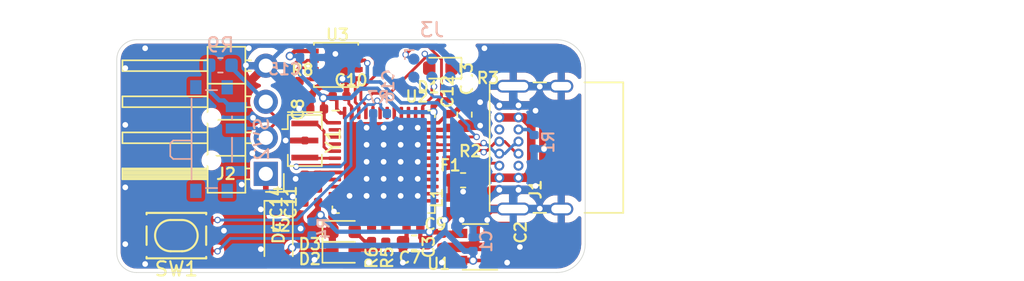
<source format=kicad_pcb>
(kicad_pcb (version 20171130) (host pcbnew "(5.1.6)-1")
  (layers (0 F.Cu signal) (31 B.Cu signal) (34 B.Paste user) (35 F.Paste user) (36 B.SilkS user) (37 F.SilkS user) (38 B.Mask user) (39 F.Mask user) (44 Edge.Cuts user))
  (net 0 "")
  (net 1 +5V)
  (net 2 GND)
  (net 3 "Net-(C2-Pad1)")
  (net 4 +3V3)
  (net 5 NRST)
  (net 6 "Net-(C11-Pad1)")
  (net 7 "Net-(D1-Pad1)")
  (net 8 "Net-(D2-Pad2)")
  (net 9 "Net-(D3-Pad2)")
  (net 10 "Net-(D4-Pad1)")
  (net 11 "Net-(F1-Pad1)")
  (net 12 "Net-(F1-Pad2)")
  (net 13 "Net-(J1-PadA5)")
  (net 14 /D+)
  (net 15 /D-)
  (net 16 "Net-(J1-PadB5)")
  (net 17 SWCLK)
  (net 18 SWDIO)
  (net 19 "Net-(R4-Pad2)")
  (net 20 "Net-(R7-Pad1)")
  (net 21 "Net-(R8-Pad1)")
  (net 22 /CAN_RX)
  (net 23 /CAN_TX)
  (net 24 "Net-(R5-Pad2)")
  (net 25 "Net-(R6-Pad1)")
  (net 26 "Net-(U2-Pad5)")
  (net 27 "Net-(U2-Pad6)")
  (net 28 "Net-(R9-Pad2)")
  (net 29 /CAN_+)
  (net 30 /CAN_-)
  (module Package_DFN_QFN:DFN-8-1EP_3x3mm_P0.65mm_EP1.55x2.4mm (layer F.Cu) (at 152.45 111.175 180)
    (fp_text reference U3 (at -0.1 2.125 180) (layer F.SilkS) (effects (font (size 0.8 0.8))))
    (fp_text value MCP2562-E-MF)
    (pad 1 smd rect (at -1.55 -0.975 180) (size 0.65 0.35) (layers F.Cu F.Paste F.Mask) (net 23 /CAN_TX))
    (pad 2 smd rect (at -1.55 -0.325 180) (size 0.65 0.35) (layers F.Cu F.Paste F.Mask) (net 2 GND))
    (pad 3 smd rect (at -1.55 0.325 180) (size 0.65 0.35) (layers F.Cu F.Paste F.Mask) (net 1 +5V))
    (pad 4 smd rect (at -1.55 0.975 180) (size 0.65 0.35) (layers F.Cu F.Paste F.Mask) (net 22 /CAN_RX))
    (pad 5 smd rect (at 1.55 0.975 180) (size 0.65 0.35) (layers F.Cu F.Paste F.Mask) (net 4 +3V3))
    (pad 6 smd rect (at 1.55 0.325 180) (size 0.65 0.35) (layers F.Cu F.Paste F.Mask) (net 30 /CAN_-))
    (pad 7 smd rect (at 1.55 -0.325 180) (size 0.65 0.35) (layers F.Cu F.Paste F.Mask) (net 29 /CAN_+))
    (pad 8 smd rect (at 1.55 -0.975 180) (size 0.65 0.35) (layers F.Cu F.Paste F.Mask) (net 21 "Net-(R8-Pad1)"))
    (pad 9 smd rect (at 0 0 180) (size 1.55 2.4) (layers F.Cu F.Mask) (net 2 GND))
  )
  (module Resistor_SMD:R_0402_1005Metric (layer F.Cu) (at 149.85 112.8 270)
    (fp_text reference R8 (at -1.275 -0.225 180) (layer F.SilkS) (effects (font (size 0.8 0.8))))
    (fp_text value 10k)
    (pad 1 smd roundrect (at -0.485 0 270) (size 0.59 0.64) (layers F.Cu F.Paste F.Mask) (net 21 "Net-(R8-Pad1)"))
    (pad 2 smd roundrect (at 0.485 0 270) (size 0.59 0.64) (layers F.Cu F.Paste F.Mask) (net 2 GND))
  )
  (module Crystal:Resonator_SMD_muRata_CSTxExxV-3Pin_3.0x1.1mm (layer F.Cu) (at 150.25 116.5 270)
    (fp_text reference Y1 (at 0 -2 90) (layer F.SilkS))
    (fp_text value Resonator)
    (pad 1 smd rect (at -1.2 0 270) (size 0.4 1.9) (layers F.Cu F.Paste F.Mask) (net 26 "Net-(U2-Pad5)"))
    (pad 2 smd rect (at 0 0 270) (size 0.4 1.9) (layers F.Cu F.Paste F.Mask) (net 2 GND))
    (pad 3 smd rect (at 1.2 0 270) (size 0.4 1.9) (layers F.Cu F.Paste F.Mask) (net 27 "Net-(U2-Pad6)"))
  )
  (module Capacitor_SMD:C_0402_1005Metric (layer F.Cu) (at 157.9 122.6 180)
    (fp_text reference C9 (at -1.55 0.2 180) (layer F.SilkS) (effects (font (size 0.8 0.8))))
    (fp_text value 0.1u)
    (pad 2 smd roundrect (at 0.485 0 180) (size 0.59 0.64) (layers F.Cu F.Paste F.Mask) (net 2 GND))
    (pad 1 smd roundrect (at -0.485 0 180) (size 0.59 0.64) (layers F.Cu F.Paste F.Mask) (net 4 +3V3))
  )
  (module LED_SMD:LED_0603_1608Metric (layer F.Cu) (at 159.8 111.4 180)
    (fp_text reference D1 (at 0.85 -1.35 180) (layer F.SilkS) (effects (font (size 0.8 0.8))))
    (fp_text value LED)
    (pad 2 smd roundrect (at 0.7875 0 180) (size 0.875 0.95) (layers F.Cu F.Paste F.Mask) (net 4 +3V3))
    (pad 1 smd roundrect (at -0.7875 0 180) (size 0.875 0.95) (layers F.Cu F.Paste F.Mask) (net 7 "Net-(D1-Pad1)"))
  )
  (module Resistor_SMD:R_0402_1005Metric (layer F.Cu) (at 161.95 118.1 180)
    (fp_text reference R2 (at 0.05 0.85 180) (layer F.SilkS) (effects (font (size 0.8 0.8))))
    (fp_text value 5.1k)
    (pad 2 smd roundrect (at 0.485 0 180) (size 0.59 0.64) (layers F.Cu F.Paste F.Mask) (net 2 GND))
    (pad 1 smd roundrect (at -0.485 0 180) (size 0.59 0.64) (layers F.Cu F.Paste F.Mask) (net 13 "Net-(J1-PadA5)"))
  )
  (module Package_DFN_QFN:QFN-48-1EP_7x7mm_P0.5mm_EP5.6x5.6mm (layer F.Cu) (at 155.8 118)
    (fp_text reference U2 (at 2.35 -4.6) (layer F.SilkS) (effects (font (size 0.8 0.8))))
    (fp_text value STM32F042C6Ux)
    (pad 49 smd roundrect (at 0 0) (size 5.6 5.6) (layers F.Cu F.Mask) (roundrect_rratio 0.044643) (net 2 GND))
    (pad 1 smd roundrect (at -3.4375 -2.75) (size 0.875 0.25) (layers F.Cu F.Paste F.Mask) (net 4 +3V3))
    (pad 2 smd roundrect (at -3.4375 -2.25) (size 0.875 0.25) (layers F.Cu F.Paste F.Mask))
    (pad 3 smd roundrect (at -3.4375 -1.75) (size 0.875 0.25) (layers F.Cu F.Paste F.Mask))
    (pad 4 smd roundrect (at -3.4375 -1.25) (size 0.875 0.25) (layers F.Cu F.Paste F.Mask))
    (pad 5 smd roundrect (at -3.4375 -0.75) (size 0.875 0.25) (layers F.Cu F.Paste F.Mask) (net 26 "Net-(U2-Pad5)"))
    (pad 6 smd roundrect (at -3.4375 -0.25) (size 0.875 0.25) (layers F.Cu F.Paste F.Mask) (net 27 "Net-(U2-Pad6)"))
    (pad 7 smd roundrect (at -3.4375 0.25) (size 0.875 0.25) (layers F.Cu F.Paste F.Mask) (net 5 NRST))
    (pad 8 smd roundrect (at -3.4375 0.75) (size 0.875 0.25) (layers F.Cu F.Paste F.Mask) (net 2 GND))
    (pad 9 smd roundrect (at -3.4375 1.25) (size 0.875 0.25) (layers F.Cu F.Paste F.Mask) (net 6 "Net-(C11-Pad1)"))
    (pad 10 smd roundrect (at -3.4375 1.75) (size 0.875 0.25) (layers F.Cu F.Paste F.Mask))
    (pad 11 smd roundrect (at -3.4375 2.25) (size 0.875 0.25) (layers F.Cu F.Paste F.Mask))
    (pad 12 smd roundrect (at -3.4375 2.75) (size 0.875 0.25) (layers F.Cu F.Paste F.Mask))
    (pad 13 smd roundrect (at -2.75 3.4375) (size 0.25 0.875) (layers F.Cu F.Paste F.Mask))
    (pad 14 smd roundrect (at -2.25 3.4375) (size 0.25 0.875) (layers F.Cu F.Paste F.Mask))
    (pad 15 smd roundrect (at -1.75 3.4375) (size 0.25 0.875) (layers F.Cu F.Paste F.Mask))
    (pad 16 smd roundrect (at -1.25 3.4375) (size 0.25 0.875) (layers F.Cu F.Paste F.Mask))
    (pad 17 smd roundrect (at -0.75 3.4375) (size 0.25 0.875) (layers F.Cu F.Paste F.Mask))
    (pad 18 smd roundrect (at -0.25 3.4375) (size 0.25 0.875) (layers F.Cu F.Paste F.Mask) (net 25 "Net-(R6-Pad1)"))
    (pad 19 smd roundrect (at 0.25 3.4375) (size 0.25 0.875) (layers F.Cu F.Paste F.Mask) (net 24 "Net-(R5-Pad2)"))
    (pad 20 smd roundrect (at 0.75 3.4375) (size 0.25 0.875) (layers F.Cu F.Paste F.Mask))
    (pad 21 smd roundrect (at 1.25 3.4375) (size 0.25 0.875) (layers F.Cu F.Paste F.Mask))
    (pad 22 smd roundrect (at 1.75 3.4375) (size 0.25 0.875) (layers F.Cu F.Paste F.Mask))
    (pad 23 smd roundrect (at 2.25 3.4375) (size 0.25 0.875) (layers F.Cu F.Paste F.Mask) (net 2 GND))
    (pad 24 smd roundrect (at 2.75 3.4375) (size 0.25 0.875) (layers F.Cu F.Paste F.Mask) (net 4 +3V3))
    (pad 25 smd roundrect (at 3.4375 2.75) (size 0.875 0.25) (layers F.Cu F.Paste F.Mask))
    (pad 26 smd roundrect (at 3.4375 2.25) (size 0.875 0.25) (layers F.Cu F.Paste F.Mask))
    (pad 27 smd roundrect (at 3.4375 1.75) (size 0.875 0.25) (layers F.Cu F.Paste F.Mask))
    (pad 28 smd roundrect (at 3.4375 1.25) (size 0.875 0.25) (layers F.Cu F.Paste F.Mask))
    (pad 29 smd roundrect (at 3.4375 0.75) (size 0.875 0.25) (layers F.Cu F.Paste F.Mask))
    (pad 30 smd roundrect (at 3.4375 0.25) (size 0.875 0.25) (layers F.Cu F.Paste F.Mask))
    (pad 31 smd roundrect (at 3.4375 -0.25) (size 0.875 0.25) (layers F.Cu F.Paste F.Mask))
    (pad 32 smd roundrect (at 3.4375 -0.75) (size 0.875 0.25) (layers F.Cu F.Paste F.Mask) (net 15 /D-))
    (pad 33 smd roundrect (at 3.4375 -1.25) (size 0.875 0.25) (layers F.Cu F.Paste F.Mask) (net 14 /D+))
    (pad 34 smd roundrect (at 3.4375 -1.75) (size 0.875 0.25) (layers F.Cu F.Paste F.Mask) (net 18 SWDIO))
    (pad 35 smd roundrect (at 3.4375 -2.25) (size 0.875 0.25) (layers F.Cu F.Paste F.Mask) (net 2 GND))
    (pad 36 smd roundrect (at 3.4375 -2.75) (size 0.875 0.25) (layers F.Cu F.Paste F.Mask) (net 4 +3V3))
    (pad 37 smd roundrect (at 2.75 -3.4375) (size 0.25 0.875) (layers F.Cu F.Paste F.Mask) (net 17 SWCLK))
    (pad 38 smd roundrect (at 2.25 -3.4375) (size 0.25 0.875) (layers F.Cu F.Paste F.Mask))
    (pad 39 smd roundrect (at 1.75 -3.4375) (size 0.25 0.875) (layers F.Cu F.Paste F.Mask))
    (pad 40 smd roundrect (at 1.25 -3.4375) (size 0.25 0.875) (layers F.Cu F.Paste F.Mask))
    (pad 41 smd roundrect (at 0.75 -3.4375) (size 0.25 0.875) (layers F.Cu F.Paste F.Mask))
    (pad 42 smd roundrect (at 0.25 -3.4375) (size 0.25 0.875) (layers F.Cu F.Paste F.Mask))
    (pad 43 smd roundrect (at -0.25 -3.4375) (size 0.25 0.875) (layers F.Cu F.Paste F.Mask))
    (pad 44 smd roundrect (at -0.75 -3.4375) (size 0.25 0.875) (layers F.Cu F.Paste F.Mask) (net 20 "Net-(R7-Pad1)"))
    (pad 45 smd roundrect (at -1.25 -3.4375) (size 0.25 0.875) (layers F.Cu F.Paste F.Mask) (net 22 /CAN_RX))
    (pad 46 smd roundrect (at -1.75 -3.4375) (size 0.25 0.875) (layers F.Cu F.Paste F.Mask) (net 23 /CAN_TX))
    (pad 47 smd roundrect (at -2.25 -3.4375) (size 0.25 0.875) (layers F.Cu F.Paste F.Mask) (net 2 GND))
    (pad 48 smd roundrect (at -2.75 -3.4375) (size 0.25 0.875) (layers F.Cu F.Paste F.Mask) (net 4 +3V3))
  )
  (module Capacitor_SMD:C_0603_1608Metric (layer F.Cu) (at 161.5 114.675 270)
    (fp_text reference C13 (at -2.525 -0.15 270) (layer F.SilkS) (effects (font (size 0.8 0.8))))
    (fp_text value 4.7u)
    (pad 2 smd roundrect (at 0.7875 0 270) (size 0.875 0.95) (layers F.Cu F.Paste F.Mask) (net 2 GND))
    (pad 1 smd roundrect (at -0.7875 0 270) (size 0.875 0.95) (layers F.Cu F.Paste F.Mask) (net 4 +3V3))
  )
  (module Capacitor_SMD:C_0402_1005Metric (layer B.Cu) (at 162.1 123.8 90)
    (fp_text reference C1 (at 0.2 0.925 90) (layer B.SilkS) (effects (font (size 0.8 0.8)) (justify mirror)))
    (fp_text value 0.1u)
    (pad 1 smd roundrect (at -0.485 0 90) (size 0.59 0.64) (layers B.Cu B.Paste B.Mask) (net 1 +5V))
    (pad 2 smd roundrect (at 0.485 0 90) (size 0.59 0.64) (layers B.Cu B.Paste B.Mask) (net 2 GND))
  )
  (module Capacitor_SMD:C_0402_1005Metric (layer F.Cu) (at 164.6 123.5 270)
    (fp_text reference C2 (at -0.525 -0.85 90) (layer F.SilkS) (effects (font (size 0.8 0.8))))
    (fp_text value 0.01u)
    (pad 1 smd roundrect (at -0.485 0 270) (size 0.59 0.64) (layers F.Cu F.Paste F.Mask) (net 3 "Net-(C2-Pad1)"))
    (pad 2 smd roundrect (at 0.485 0 270) (size 0.59 0.64) (layers F.Cu F.Paste F.Mask) (net 2 GND))
  )
  (module Capacitor_SMD:C_0402_1005Metric (layer F.Cu) (at 159.9 123.55 270)
    (fp_text reference C3 (at 0.45 0.925 90) (layer F.SilkS) (effects (font (size 0.8 0.8))))
    (fp_text value 1u)
    (pad 2 smd roundrect (at 0.485 0 270) (size 0.59 0.64) (layers F.Cu F.Paste F.Mask) (net 2 GND))
    (pad 1 smd roundrect (at -0.485 0 270) (size 0.59 0.64) (layers F.Cu F.Paste F.Mask) (net 4 +3V3))
  )
  (module Capacitor_SMD:C_0603_1608Metric (layer F.Cu) (at 157.95 123.7 180)
    (fp_text reference C7 (at 0.3 -1.05 180) (layer F.SilkS) (effects (font (size 0.8 0.8))))
    (fp_text value 4.7u)
    (pad 1 smd roundrect (at -0.7875 0 180) (size 0.875 0.95) (layers F.Cu F.Paste F.Mask) (net 4 +3V3))
    (pad 2 smd roundrect (at 0.7875 0 180) (size 0.875 0.95) (layers F.Cu F.Paste F.Mask) (net 2 GND))
  )
  (module Capacitor_SMD:C_0402_1005Metric (layer F.Cu) (at 151.115 114.275 180)
    (fp_text reference C8 (at 1.35 -0.05 270) (layer F.SilkS) (effects (font (size 0.8 0.8))))
    (fp_text value 0.1u)
    (pad 1 smd roundrect (at -0.485 0 180) (size 0.59 0.64) (layers F.Cu F.Paste F.Mask) (net 4 +3V3))
    (pad 2 smd roundrect (at 0.485 0 180) (size 0.59 0.64) (layers F.Cu F.Paste F.Mask) (net 2 GND))
  )
  (module Capacitor_SMD:C_0402_1005Metric (layer F.Cu) (at 152.7 113.4)
    (fp_text reference C10 (at 0.8 -1.15) (layer F.SilkS) (effects (font (size 0.8 0.8))))
    (fp_text value 0.1u)
    (pad 1 smd roundrect (at -0.485 0) (size 0.59 0.64) (layers F.Cu F.Paste F.Mask) (net 4 +3V3))
    (pad 2 smd roundrect (at 0.485 0) (size 0.59 0.64) (layers F.Cu F.Paste F.Mask) (net 2 GND))
  )
  (module Capacitor_SMD:C_0402_1005Metric (layer F.Cu) (at 151.15 119.4 90)
    (fp_text reference C11 (at -1.45 -1.9 270) (layer F.SilkS) (effects (font (size 0.8 0.8))))
    (fp_text value 0.01u)
    (pad 2 smd roundrect (at 0.485 0 90) (size 0.59 0.64) (layers F.Cu F.Paste F.Mask) (net 2 GND))
    (pad 1 smd roundrect (at -0.485 0 90) (size 0.59 0.64) (layers F.Cu F.Paste F.Mask) (net 6 "Net-(C11-Pad1)"))
  )
  (module Capacitor_SMD:C_0402_1005Metric (layer F.Cu) (at 160.4 115.125 270)
    (fp_text reference C12 (at -2.075 0.1 270) (layer F.SilkS) (effects (font (size 0.8 0.8))))
    (fp_text value 0.1u)
    (pad 2 smd roundrect (at 0.485 0 270) (size 0.59 0.64) (layers F.Cu F.Paste F.Mask) (net 2 GND))
    (pad 1 smd roundrect (at -0.485 0 270) (size 0.59 0.64) (layers F.Cu F.Paste F.Mask) (net 4 +3V3))
  )
  (module Capacitor_SMD:C_0402_1005Metric (layer F.Cu) (at 150.25 119.4 90)
    (fp_text reference C14 (at -1.45 -2 270) (layer F.SilkS) (effects (font (size 0.8 0.8))))
    (fp_text value 1u)
    (pad 1 smd roundrect (at -0.485 0 90) (size 0.59 0.64) (layers F.Cu F.Paste F.Mask) (net 6 "Net-(C11-Pad1)"))
    (pad 2 smd roundrect (at 0.485 0 90) (size 0.59 0.64) (layers F.Cu F.Paste F.Mask) (net 2 GND))
  )
  (module Capacitor_SMD:C_0402_1005Metric (layer B.Cu) (at 150.4 110.65)
    (fp_text reference C15 (at -1.575 0.825 180) (layer B.SilkS) (effects (font (size 0.8 0.8)) (justify mirror)))
    (fp_text value 0.1u)
    (pad 2 smd roundrect (at 0.485 0) (size 0.59 0.64) (layers B.Cu B.Paste B.Mask) (net 2 GND))
    (pad 1 smd roundrect (at -0.485 0) (size 0.59 0.64) (layers B.Cu B.Paste B.Mask) (net 4 +3V3))
  )
  (module Capacitor_SMD:C_0402_1005Metric (layer B.Cu) (at 154 112.15 180)
    (fp_text reference C16 (at -2.125 -0.5 90) (layer B.SilkS) (effects (font (size 0.8 0.8)) (justify mirror)))
    (fp_text value 0.1u)
    (pad 2 smd roundrect (at 0.485 0 180) (size 0.59 0.64) (layers B.Cu B.Paste B.Mask) (net 2 GND))
    (pad 1 smd roundrect (at -0.485 0 180) (size 0.59 0.64) (layers B.Cu B.Paste B.Mask) (net 1 +5V))
  )
  (module LED_SMD:LED_0603_1608Metric (layer F.Cu) (at 152.975 124.375)
    (fp_text reference D2 (at -2.375 0.475) (layer F.SilkS) (effects (font (size 0.8 0.8))))
    (fp_text value LED)
    (pad 1 smd roundrect (at -0.7875 0) (size 0.875 0.95) (layers F.Cu F.Paste F.Mask) (net 2 GND))
    (pad 2 smd roundrect (at 0.7875 0) (size 0.875 0.95) (layers F.Cu F.Paste F.Mask) (net 8 "Net-(D2-Pad2)"))
  )
  (module LED_SMD:LED_0603_1608Metric (layer F.Cu) (at 152.975 122.9)
    (fp_text reference D3 (at -2.375 0.9) (layer F.SilkS) (effects (font (size 0.8 0.8))))
    (fp_text value LED)
    (pad 1 smd roundrect (at -0.7875 0) (size 0.875 0.95) (layers F.Cu F.Paste F.Mask) (net 2 GND))
    (pad 2 smd roundrect (at 0.7875 0) (size 0.875 0.95) (layers F.Cu F.Paste F.Mask) (net 9 "Net-(D3-Pad2)"))
  )
  (module Diode_SMD:D_SOD-123 (layer F.Cu) (at 148.4 123 270)
    (fp_text reference D4 (at 0 0 270) (layer F.SilkS) (effects (font (size 0.8 0.8))))
    (fp_text value D)
    (pad 1 smd rect (at -1.65 0 270) (size 0.9 1.2) (layers F.Cu F.Paste F.Mask) (net 10 "Net-(D4-Pad1)"))
    (pad 2 smd rect (at 1.65 0 270) (size 0.9 1.2) (layers F.Cu F.Paste F.Mask) (net 1 +5V))
  )
  (module Fuse:Fuse_0603_1608Metric (layer F.Cu) (at 161.4 119.3)
    (fp_text reference F1 (at -0.9 -1.05) (layer F.SilkS) (effects (font (size 0.8 0.8))))
    (fp_text value Fuse)
    (pad 1 smd roundrect (at -0.7875 0) (size 0.875 0.95) (layers F.Cu F.Paste F.Mask) (net 11 "Net-(F1-Pad1)"))
    (pad 2 smd roundrect (at 0.7875 0) (size 0.875 0.95) (layers F.Cu F.Paste F.Mask) (net 12 "Net-(F1-Pad2)"))
  )
  (module Connector_USB:USB_C_Receptacle_GCT_USB4085 (layer F.Cu) (at 163.95 119.975 90)
    (fp_text reference J1 (at 0.025 2.55 90) (layer F.SilkS) (effects (font (size 0.8 0.8))))
    (fp_text value USB_C_Receptacle_USB2.0)
    (pad A1 thru_hole circle (at 0 0 90) (size 0.7 0.7) (drill 0.4) (layers *.Cu *.Mask) (net 2 GND))
    (pad A4 thru_hole circle (at 0.85 0 90) (size 0.7 0.7) (drill 0.4) (layers *.Cu *.Mask) (net 12 "Net-(F1-Pad2)"))
    (pad A5 thru_hole circle (at 1.7 0 90) (size 0.7 0.7) (drill 0.4) (layers *.Cu *.Mask) (net 13 "Net-(J1-PadA5)"))
    (pad A6 thru_hole circle (at 2.55 0 90) (size 0.7 0.7) (drill 0.4) (layers *.Cu *.Mask) (net 14 /D+))
    (pad A7 thru_hole circle (at 3.4 0 90) (size 0.7 0.7) (drill 0.4) (layers *.Cu *.Mask) (net 15 /D-))
    (pad A8 thru_hole circle (at 4.25 0 90) (size 0.7 0.7) (drill 0.4) (layers *.Cu *.Mask))
    (pad A9 thru_hole circle (at 5.1 0 90) (size 0.7 0.7) (drill 0.4) (layers *.Cu *.Mask) (net 12 "Net-(F1-Pad2)"))
    (pad A12 thru_hole circle (at 5.95 0 90) (size 0.7 0.7) (drill 0.4) (layers *.Cu *.Mask) (net 2 GND))
    (pad B9 thru_hole circle (at 0.85 1.35 90) (size 0.7 0.7) (drill 0.4) (layers *.Cu *.Mask) (net 12 "Net-(F1-Pad2)"))
    (pad B7 thru_hole circle (at 2.55 1.35 90) (size 0.7 0.7) (drill 0.4) (layers *.Cu *.Mask) (net 15 /D-))
    (pad B8 thru_hole circle (at 1.7 1.35 90) (size 0.7 0.7) (drill 0.4) (layers *.Cu *.Mask))
    (pad B12 thru_hole circle (at 0 1.35 90) (size 0.7 0.7) (drill 0.4) (layers *.Cu *.Mask) (net 2 GND))
    (pad B5 thru_hole circle (at 4.25 1.35 90) (size 0.7 0.7) (drill 0.4) (layers *.Cu *.Mask) (net 16 "Net-(J1-PadB5)"))
    (pad B4 thru_hole circle (at 5.1 1.35 90) (size 0.7 0.7) (drill 0.4) (layers *.Cu *.Mask) (net 12 "Net-(F1-Pad2)"))
    (pad B1 thru_hole circle (at 5.95 1.35 90) (size 0.7 0.7) (drill 0.4) (layers *.Cu *.Mask) (net 2 GND))
    (pad B6 thru_hole circle (at 3.4 1.35 90) (size 0.7 0.7) (drill 0.4) (layers *.Cu *.Mask) (net 14 /D+))
    (pad S1 thru_hole oval (at -1.35 0.98 90) (size 0.9 2.4) (drill oval 0.6 2.1) (layers *.Cu *.Mask) (net 2 GND))
    (pad S1 thru_hole oval (at 7.3 0.98 90) (size 0.9 2.4) (drill oval 0.6 2.1) (layers *.Cu *.Mask) (net 2 GND))
    (pad S1 thru_hole oval (at -1.35 4.36 90) (size 0.9 1.7) (drill oval 0.6 1.4) (layers *.Cu *.Mask) (net 2 GND))
    (pad S1 thru_hole oval (at 7.3 4.36 90) (size 0.9 1.7) (drill oval 0.6 1.4) (layers *.Cu *.Mask) (net 2 GND))
  )
  (module Connector_PinHeader_2.54mm:PinHeader_1x04_P2.54mm_Horizontal (layer F.Cu) (at 147.5 118.85 180)
    (fp_text reference J2 (at 2.8 0 180) (layer F.SilkS) (effects (font (size 0.8 0.8))))
    (fp_text value Conn_01x04)
    (pad 1 thru_hole rect (at 0 0 180) (size 1.7 1.7) (drill 1) (layers *.Cu *.Mask) (net 10 "Net-(D4-Pad1)"))
    (pad 2 thru_hole oval (at 0 2.54 180) (size 1.7 1.7) (drill 1) (layers *.Cu *.Mask) (net 29 /CAN_+))
    (pad 3 thru_hole oval (at 0 5.08 180) (size 1.7 1.7) (drill 1) (layers *.Cu *.Mask) (net 30 /CAN_-))
    (pad 4 thru_hole oval (at 0 7.62 180) (size 1.7 1.7) (drill 1) (layers *.Cu *.Mask) (net 2 GND))
  )
  (module Inductor_SMD:L_0402_1005Metric (layer F.Cu) (at 160.4 121 270)
    (fp_text reference L1 (at -0.45 0.85 90) (layer F.SilkS) (effects (font (size 0.8 0.8))))
    (fp_text value L)
    (pad 1 smd roundrect (at -0.485 0 270) (size 0.59 0.64) (layers F.Cu F.Paste F.Mask) (net 11 "Net-(F1-Pad1)"))
    (pad 2 smd roundrect (at 0.485 0 270) (size 0.59 0.64) (layers F.Cu F.Paste F.Mask) (net 1 +5V))
  )
  (module Inductor_SMD:L_0402_1005Metric (layer F.Cu) (at 150.7 120.85 180)
    (fp_text reference L2 (at 2.15 -1.65 180) (layer F.SilkS) (effects (font (size 0.8 0.8))))
    (fp_text value L)
    (pad 2 smd roundrect (at 0.485 0 180) (size 0.59 0.64) (layers F.Cu F.Paste F.Mask) (net 6 "Net-(C11-Pad1)"))
    (pad 1 smd roundrect (at -0.485 0 180) (size 0.59 0.64) (layers F.Cu F.Paste F.Mask) (net 4 +3V3))
  )
  (module Resistor_SMD:R_0402_1005Metric (layer B.Cu) (at 166.4 116.6 270)
    (fp_text reference R1 (at 0 -1 270) (layer B.SilkS) (effects (font (size 0.8 0.8)) (justify mirror)))
    (fp_text value 5.1k)
    (pad 1 smd roundrect (at -0.485 0 270) (size 0.59 0.64) (layers B.Cu B.Paste B.Mask) (net 16 "Net-(J1-PadB5)"))
    (pad 2 smd roundrect (at 0.485 0 270) (size 0.59 0.64) (layers B.Cu B.Paste B.Mask) (net 2 GND))
  )
  (module Resistor_SMD:R_0402_1005Metric (layer F.Cu) (at 163.2 111.2)
    (fp_text reference R3 (at -0.05 0.9) (layer F.SilkS) (effects (font (size 0.8 0.8))))
    (fp_text value 1k)
    (pad 1 smd roundrect (at -0.485 0) (size 0.59 0.64) (layers F.Cu F.Paste F.Mask) (net 7 "Net-(D1-Pad1)"))
    (pad 2 smd roundrect (at 0.485 0) (size 0.59 0.64) (layers F.Cu F.Paste F.Mask) (net 2 GND))
  )
  (module Resistor_SMD:R_0402_1005Metric (layer B.Cu) (at 150.75 122.7 270)
    (fp_text reference R4 (at 0 -0.825 90) (layer B.SilkS) (effects (font (size 0.8 0.8)) (justify mirror)))
    (fp_text value 1k)
    (pad 1 smd roundrect (at -0.485 0 270) (size 0.59 0.64) (layers B.Cu B.Paste B.Mask) (net 4 +3V3))
    (pad 2 smd roundrect (at 0.485 0 270) (size 0.59 0.64) (layers B.Cu B.Paste B.Mask) (net 19 "Net-(R4-Pad2)"))
  )
  (module Resistor_SMD:R_0402_1005Metric (layer F.Cu) (at 155.95 123.15 90)
    (fp_text reference R5 (at -1.6 0.1 90) (layer F.SilkS) (effects (font (size 0.8 0.8))))
    (fp_text value 1k)
    (pad 1 smd roundrect (at -0.485 0 90) (size 0.59 0.64) (layers F.Cu F.Paste F.Mask) (net 8 "Net-(D2-Pad2)"))
    (pad 2 smd roundrect (at 0.485 0 90) (size 0.59 0.64) (layers F.Cu F.Paste F.Mask) (net 24 "Net-(R5-Pad2)"))
  )
  (module Resistor_SMD:R_0402_1005Metric (layer F.Cu) (at 154.95 123.1 270)
    (fp_text reference R6 (at 1.65 0 270) (layer F.SilkS) (effects (font (size 0.8 0.8))))
    (fp_text value 1k)
    (pad 2 smd roundrect (at 0.485 0 270) (size 0.59 0.64) (layers F.Cu F.Paste F.Mask) (net 9 "Net-(D3-Pad2)"))
    (pad 1 smd roundrect (at -0.485 0 270) (size 0.59 0.64) (layers F.Cu F.Paste F.Mask) (net 25 "Net-(R6-Pad1)"))
  )
  (module Resistor_SMD:R_0402_1005Metric (layer B.Cu) (at 155.55 114.6 180)
    (fp_text reference R7 (at 0.125 1.15) (layer B.SilkS) (effects (font (size 0.8 0.8)) (justify mirror)))
    (fp_text value 10k)
    (pad 2 smd roundrect (at 0.485 0 180) (size 0.59 0.64) (layers B.Cu B.Paste B.Mask) (net 2 GND))
    (pad 1 smd roundrect (at -0.485 0 180) (size 0.59 0.64) (layers B.Cu B.Paste B.Mask) (net 20 "Net-(R7-Pad1)"))
  )
  (module Package_TO_SOT_SMD:SOT-23-5 (layer F.Cu) (at 162.265001 123.995001 180)
    (fp_text reference U1 (at 2.584999 -1.195001) (layer F.SilkS) (effects (font (size 0.8 0.8))))
    (fp_text value NJM2871)
    (pad 1 smd rect (at -1.1 -0.95 180) (size 1.06 0.65) (layers F.Cu F.Paste F.Mask) (net 1 +5V))
    (pad 2 smd rect (at -1.1 0 180) (size 1.06 0.65) (layers F.Cu F.Paste F.Mask) (net 2 GND))
    (pad 3 smd rect (at -1.1 0.95 180) (size 1.06 0.65) (layers F.Cu F.Paste F.Mask) (net 3 "Net-(C2-Pad1)"))
    (pad 4 smd rect (at 1.1 0.95 180) (size 1.06 0.65) (layers F.Cu F.Paste F.Mask) (net 4 +3V3))
    (pad 5 smd rect (at 1.1 -0.95 180) (size 1.06 0.65) (layers F.Cu F.Paste F.Mask) (net 1 +5V))
  )
  (module Resistor_SMD:R_0603_1608Metric (layer B.Cu) (at 144.3 111.2 180)
    (fp_text reference R9 (at 0 1.43) (layer B.SilkS) (effects (justify mirror)))
    (fp_text value R)
    (pad 1 smd roundrect (at -0.7875 0 180) (size 0.875 0.95) (layers B.Cu B.Paste B.Mask) (net 30 /CAN_-))
    (pad 2 smd roundrect (at 0.7875 0 180) (size 0.875 0.95) (layers B.Cu B.Paste B.Mask) (net 28 "Net-(R9-Pad2)"))
  )
  (module Button_Switch_SMD:SW_SPDT_PCM12 (layer B.Cu) (at 144 116.4 90)
    (fp_text reference SW2 (at 0 3.2 90) (layer B.SilkS) (effects (justify mirror)))
    (fp_text value SW_DPDT_x2)
    (pad "" np_thru_hole circle (at -1.5 -0.33 90) (size 0.9 0.9) (drill 0.9) (layers *.Cu *.Mask))
    (pad "" np_thru_hole circle (at 1.5 -0.33 90) (size 0.9 0.9) (drill 0.9) (layers *.Cu *.Mask))
    (pad 1 smd rect (at -2.25 1.43 90) (size 0.7 1.5) (layers B.Cu B.Paste B.Mask))
    (pad 2 smd rect (at 0.75 1.43 90) (size 0.7 1.5) (layers B.Cu B.Paste B.Mask) (net 29 /CAN_+))
    (pad 3 smd rect (at 2.25 1.43 90) (size 0.7 1.5) (layers B.Cu B.Paste B.Mask) (net 28 "Net-(R9-Pad2)"))
    (pad "" smd rect (at -3.65 -1.43 90) (size 1 0.8) (layers B.Cu B.Paste B.Mask))
    (pad "" smd rect (at 3.65 -1.43 90) (size 1 0.8) (layers B.Cu B.Paste B.Mask))
    (pad "" smd rect (at 3.65 0.78 90) (size 1 0.8) (layers B.Cu B.Paste B.Mask))
    (pad "" smd rect (at -3.65 0.78 90) (size 1 0.8) (layers B.Cu B.Paste B.Mask))
  )
  (module Connector:Tag-Connect_TC2030-IDC-NL_2x03_P1.27mm_Vertical (layer B.Cu) (at 159.2 111.4)
    (fp_text reference J3 (at 0 -2.7) (layer B.SilkS) (effects (justify mirror)))
    (fp_text value Conn_01x06)
    (pad "" np_thru_hole circle (at 2.54 1.016) (size 0.9906 0.9906) (drill 0.9906) (layers *.Cu *.Mask))
    (pad "" np_thru_hole circle (at 2.54 -1.016) (size 0.9906 0.9906) (drill 0.9906) (layers *.Cu *.Mask))
    (pad "" np_thru_hole circle (at -2.54 0) (size 0.9906 0.9906) (drill 0.9906) (layers *.Cu *.Mask))
    (pad 1 connect circle (at -1.27 -0.635) (size 0.7874 0.7874) (layers B.Cu B.Mask) (net 4 +3V3))
    (pad 2 connect circle (at -1.27 0.635) (size 0.7874 0.7874) (layers B.Cu B.Mask) (net 18 SWDIO))
    (pad 3 connect circle (at 0 -0.635) (size 0.7874 0.7874) (layers B.Cu B.Mask) (net 5 NRST))
    (pad 4 connect circle (at 0 0.635) (size 0.7874 0.7874) (layers B.Cu B.Mask) (net 17 SWCLK))
    (pad 5 connect circle (at 1.27 -0.635) (size 0.7874 0.7874) (layers B.Cu B.Mask) (net 2 GND))
    (pad 6 connect circle (at 1.27 0.635) (size 0.7874 0.7874) (layers B.Cu B.Mask))
  )
  (module Button_Switch_SMD_my:ALPS_SKRPAxE010 (layer F.Cu) (at 141.2 123.2 180)
    (fp_text reference SW1 (at 0 -2.35) (layer F.SilkS))
    (fp_text value SKRPACE010)
    (pad 4 smd rect (at 2.075 1.075 180) (size 1.05 0.65) (layers F.Cu F.Paste F.Mask))
    (pad 3 smd rect (at -2.075 1.075 180) (size 1.05 0.65) (layers F.Cu F.Paste F.Mask) (net 20 "Net-(R7-Pad1)"))
    (pad 2 smd rect (at 2.075 -1.075 180) (size 1.05 0.65) (layers F.Cu F.Paste F.Mask))
    (pad 1 smd rect (at -2.075 -1.075 180) (size 1.05 0.65) (layers F.Cu F.Paste F.Mask) (net 19 "Net-(R4-Pad2)"))
  )
  (gr_arc (start 168 111.4) (end 170 111.4) (angle -90) (layer Edge.Cuts) (width 0.05))
  (gr_arc (start 168 123.8) (end 168 125.8) (angle -90) (layer Edge.Cuts) (width 0.05))
  (gr_arc (start 138.4 124.4) (end 137 124.4) (angle -90) (layer Edge.Cuts) (width 0.05))
  (gr_arc (start 138.4 110.8) (end 138.4 109.4) (angle -90) (layer Edge.Cuts) (width 0.05))
  (gr_line (start 170 123.8) (end 170 111.4) (layer Edge.Cuts) (width 0.05))
  (gr_line (start 138.4 125.8) (end 168 125.8) (layer Edge.Cuts) (width 0.05))
  (gr_line (start 137 110.8) (end 137 124.4) (layer Edge.Cuts) (width 0.05))
  (gr_line (start 138.4 109.4) (end 168 109.4) (layer Edge.Cuts) (width 0.05))
  (segment (start 160.965001 123.045001) (end 161.170001 123.045001) (width 0.2) (layer F.Cu) (net 4))
  (via (at 149.35 124.05) (size 0.6) (drill 0.4) (layers F.Cu B.Cu) (net 1))
  (segment (start 148.75 124.65) (end 149.35 124.05) (width 0.4) (layer F.Cu) (net 1))
  (segment (start 148.4 124.65) (end 148.75 124.65) (width 0.4) (layer F.Cu) (net 1))
  (via (at 154.65 111.05) (size 0.45) (drill 0.3) (layers F.Cu B.Cu) (net 1))
  (segment (start 157.023319 113.85) (end 159.575002 113.85) (width 0.25) (layer B.Cu) (net 1))
  (segment (start 154.5 112.135) (end 154.485 112.15) (width 0.25) (layer B.Cu) (net 1))
  (segment (start 157.023319 113.85) (end 155.54831 112.37499) (width 0.25) (layer B.Cu) (net 1))
  (segment (start 154.70999 112.37499) (end 154.485 112.15) (width 0.25) (layer B.Cu) (net 1))
  (segment (start 155.54831 112.37499) (end 154.70999 112.37499) (width 0.25) (layer B.Cu) (net 1))
  (segment (start 154.65 111.985) (end 154.485 112.15) (width 0.25) (layer B.Cu) (net 1))
  (segment (start 154.65 111.05) (end 154.65 111.985) (width 0.25) (layer B.Cu) (net 1))
  (segment (start 154.45 110.85) (end 154.65 111.05) (width 0.25) (layer F.Cu) (net 1))
  (segment (start 154 110.85) (end 154.45 110.85) (width 0.25) (layer F.Cu) (net 1))
  (segment (start 157.465 123.3975) (end 157.1625 123.7) (width 0.25) (layer F.Cu) (net 2))
  (segment (start 155.05 118.75) (end 155.8 118) (width 0.25) (layer F.Cu) (net 2))
  (segment (start 152.3625 118.75) (end 155.05 118.75) (width 0.25) (layer F.Cu) (net 2))
  (segment (start 158.05 120.25) (end 155.8 118) (width 0.25) (layer F.Cu) (net 2))
  (segment (start 151.86 110.585) (end 152.45 111.175) (width 0.25) (layer F.Cu) (net 2))
  (segment (start 152.1875 122.9) (end 152.1875 124.375) (width 0.2) (layer F.Cu) (net 2))
  (segment (start 163.375 119.975) (end 163.95 119.975) (width 0.6) (layer F.Cu) (net 2))
  (segment (start 163.035 120.315) (end 163.375 119.975) (width 0.6) (layer F.Cu) (net 2))
  (segment (start 163.95 119.975) (end 165.3 119.975) (width 0.6) (layer B.Cu) (net 2))
  (segment (start 153.3 113.515) (end 153.185 113.4) (width 0.3) (layer F.Cu) (net 2))
  (segment (start 153.55 115.75) (end 155.8 118) (width 0.3) (layer F.Cu) (net 2))
  (segment (start 153.55 114.5625) (end 153.55 115.75) (width 0.3) (layer F.Cu) (net 2))
  (via (at 158.2 115.6) (size 0.6) (drill 0.4) (layers F.Cu B.Cu) (net 2))
  (via (at 158.2 116.8) (size 0.6) (drill 0.4) (layers F.Cu B.Cu) (net 2))
  (via (at 157 115.6) (size 0.6) (drill 0.4) (layers F.Cu B.Cu) (net 2))
  (via (at 157 116.8) (size 0.6) (drill 0.4) (layers F.Cu B.Cu) (net 2))
  (via (at 157 118) (size 0.6) (drill 0.4) (layers F.Cu B.Cu) (net 2))
  (via (at 157 120.4) (size 0.6) (drill 0.4) (layers F.Cu B.Cu) (net 2))
  (via (at 158.2 120.4) (size 0.6) (drill 0.4) (layers F.Cu B.Cu) (net 2))
  (via (at 158.2 119.2) (size 0.6) (drill 0.4) (layers F.Cu B.Cu) (net 2))
  (via (at 157 119.2) (size 0.6) (drill 0.4) (layers F.Cu B.Cu) (net 2))
  (via (at 155.8 120.4) (size 0.6) (drill 0.4) (layers F.Cu B.Cu) (net 2))
  (via (at 154.6 120.4) (size 0.6) (drill 0.4) (layers F.Cu B.Cu) (net 2))
  (via (at 154.6 120.4) (size 0.6) (drill 0.4) (layers F.Cu B.Cu) (net 2))
  (segment (start 160.26 115.75) (end 160.4 115.61) (width 0.3) (layer F.Cu) (net 2))
  (segment (start 159.2375 115.75) (end 160.26 115.75) (width 0.3) (layer F.Cu) (net 2))
  (segment (start 161.3525 115.61) (end 161.5 115.4625) (width 0.3) (layer F.Cu) (net 2))
  (segment (start 160.4 115.61) (end 161.3525 115.61) (width 0.3) (layer F.Cu) (net 2))
  (segment (start 158.35 115.75) (end 158.2 115.6) (width 0.3) (layer F.Cu) (net 2))
  (segment (start 159.2375 115.75) (end 158.35 115.75) (width 0.3) (layer F.Cu) (net 2))
  (segment (start 158.05 120.55) (end 158.2 120.4) (width 0.3) (layer F.Cu) (net 2))
  (segment (start 158.05 121.4375) (end 158.05 120.55) (width 0.3) (layer F.Cu) (net 2))
  (segment (start 157.1625 123.7) (end 157.15 123.7) (width 0.3) (layer F.Cu) (net 2))
  (via (at 152.3 121.5) (size 0.6) (drill 0.4) (layers F.Cu B.Cu) (net 2))
  (segment (start 152.3 122.7875) (end 152.1875 122.9) (width 0.4) (layer F.Cu) (net 2))
  (segment (start 152.3 121.5) (end 152.3 122.7875) (width 0.4) (layer F.Cu) (net 2))
  (segment (start 152.3 121.5) (end 153.4 120.4) (width 0.4) (layer B.Cu) (net 2))
  (segment (start 151.86 111.765) (end 152.45 111.175) (width 0.4) (layer F.Cu) (net 2))
  (via (at 157.15 125.1) (size 0.6) (drill 0.4) (layers F.Cu B.Cu) (net 2))
  (via (at 154.75 125.1) (size 0.6) (drill 0.4) (layers F.Cu B.Cu) (net 2))
  (via (at 150.925 124.9) (size 0.6) (drill 0.4) (layers F.Cu B.Cu) (net 2))
  (segment (start 164.93 120.345) (end 165.3 119.975) (width 0.6) (layer B.Cu) (net 2))
  (segment (start 164.93 121.325) (end 164.93 120.345) (width 0.6) (layer B.Cu) (net 2))
  (segment (start 164.93 112.675) (end 168.31 112.675) (width 0.6) (layer B.Cu) (net 2))
  (segment (start 164.93 121.325) (end 168.31 121.325) (width 0.6) (layer B.Cu) (net 2))
  (segment (start 150.925 124.9) (end 154.75 124.9) (width 0.6) (layer B.Cu) (net 2))
  (segment (start 154.75 124.9) (end 157.15 124.9) (width 0.6) (layer F.Cu) (net 2))
  (segment (start 157.1625 124.8875) (end 157.15 124.9) (width 0.6) (layer F.Cu) (net 2))
  (segment (start 157.1625 123.7) (end 157.1625 124.8875) (width 0.6) (layer F.Cu) (net 2))
  (via (at 164.5 125.1) (size 0.6) (drill 0.4) (layers F.Cu B.Cu) (net 2))
  (via (at 162.6 115.45) (size 0.6) (drill 0.4) (layers F.Cu B.Cu) (net 2))
  (segment (start 162.5875 115.4625) (end 162.6 115.45) (width 0.6) (layer F.Cu) (net 2))
  (segment (start 161.5 115.4625) (end 162.5875 115.4625) (width 0.6) (layer F.Cu) (net 2))
  (segment (start 158.05 121.923022) (end 158.05 121.4375) (width 0.25) (layer F.Cu) (net 2))
  (segment (start 157.749168 122.223854) (end 158.05 121.923022) (width 0.25) (layer F.Cu) (net 2))
  (segment (start 157.749168 122.265832) (end 157.749168 122.223854) (width 0.25) (layer F.Cu) (net 2))
  (segment (start 157.415 122.6) (end 157.749168 122.265832) (width 0.25) (layer F.Cu) (net 2))
  (segment (start 157.415 123.4475) (end 157.1625 123.7) (width 0.3) (layer F.Cu) (net 2))
  (segment (start 157.415 122.6) (end 157.415 123.4475) (width 0.3) (layer F.Cu) (net 2))
  (via (at 162.6 113.8) (size 0.6) (drill 0.4) (layers F.Cu B.Cu) (net 2))
  (segment (start 151.315 118.75) (end 151.15 118.915) (width 0.25) (layer F.Cu) (net 2))
  (segment (start 152.3625 118.75) (end 151.315 118.75) (width 0.25) (layer F.Cu) (net 2))
  (segment (start 150.25 118.915) (end 151.15 118.915) (width 0.4) (layer F.Cu) (net 2))
  (segment (start 150.63 114.07) (end 150.63 114.2) (width 0.25) (layer F.Cu) (net 2))
  (segment (start 153.47501 114.040709) (end 153.47501 114.037342) (width 0.2) (layer F.Cu) (net 2))
  (segment (start 153.55 114.5625) (end 153.55 114.115699) (width 0.2) (layer F.Cu) (net 2))
  (segment (start 153.47501 114.037342) (end 153.35 113.912332) (width 0.2) (layer F.Cu) (net 2))
  (segment (start 153.55 114.115699) (end 153.47501 114.040709) (width 0.2) (layer F.Cu) (net 2))
  (segment (start 153.35 113.565) (end 153.185 113.4) (width 0.2) (layer F.Cu) (net 2))
  (segment (start 153.35 113.912332) (end 153.35 113.565) (width 0.2) (layer F.Cu) (net 2))
  (via (at 158.2 118) (size 0.6) (drill 0.4) (layers F.Cu B.Cu) (net 2))
  (segment (start 157.15 124.9) (end 158.85 124.9) (width 0.3) (layer F.Cu) (net 2))
  (via (at 149.85 114.25) (size 0.6) (drill 0.4) (layers F.Cu B.Cu) (net 2))
  (segment (start 149.85 113.285) (end 149.85 114.25) (width 0.4) (layer F.Cu) (net 2))
  (segment (start 149.875 114.275) (end 149.85 114.25) (width 0.4) (layer F.Cu) (net 2))
  (segment (start 150.63 114.275) (end 149.875 114.275) (width 0.4) (layer F.Cu) (net 2))
  (via (at 149.6 119.2) (size 0.6) (drill 0.4) (layers F.Cu B.Cu) (net 2))
  (segment (start 150.25 118.915) (end 149.965 119.2) (width 0.4) (layer F.Cu) (net 2))
  (segment (start 149.965 119.2) (end 149.6 119.2) (width 0.4) (layer F.Cu) (net 2))
  (segment (start 149.6 119.2) (end 149.5 119.3) (width 0.4) (layer F.Cu) (net 2))
  (via (at 155.8 119.2) (size 0.6) (drill 0.4) (layers F.Cu B.Cu) (net 2))
  (via (at 154.6 118) (size 0.6) (drill 0.4) (layers F.Cu B.Cu) (net 2))
  (via (at 155.8 116.8) (size 0.6) (drill 0.4) (layers F.Cu B.Cu) (net 2))
  (via (at 155.8 118) (size 0.6) (drill 0.4) (layers F.Cu B.Cu) (net 2))
  (via (at 154.6 115.6) (size 0.6) (drill 0.4) (layers F.Cu B.Cu) (net 2))
  (via (at 154.6 116.8) (size 0.6) (drill 0.4) (layers F.Cu B.Cu) (net 2))
  (via (at 155.8 115.6) (size 0.6) (drill 0.4) (layers F.Cu B.Cu) (net 2))
  (via (at 154.6 119.2) (size 0.6) (drill 0.4) (layers F.Cu B.Cu) (net 2))
  (via (at 153.4 120.4) (size 0.6) (drill 0.4) (layers F.Cu B.Cu) (net 2))
  (via (at 149.95 122.7) (size 0.6) (drill 0.4) (layers F.Cu B.Cu) (net 2))
  (via (at 149.4 120.45) (size 0.6) (drill 0.4) (layers F.Cu B.Cu) (net 2))
  (segment (start 164.93 112.675) (end 164.93 110.53) (width 0.3) (layer F.Cu) (net 2))
  (segment (start 164.93 110.53) (end 164.224999 109.824999) (width 0.3) (layer F.Cu) (net 2))
  (via (at 147.15 124.15) (size 0.6) (drill 0.4) (layers F.Cu B.Cu) (net 2))
  (via (at 147.15 121.35) (size 0.6) (drill 0.4) (layers F.Cu B.Cu) (net 2))
  (via (at 144.55 122.85) (size 0.6) (drill 0.4) (layers F.Cu B.Cu) (net 2))
  (via (at 146.55 117.4) (size 0.6) (drill 0.4) (layers F.Cu B.Cu) (net 2))
  (via (at 145.8 119.6) (size 0.6) (drill 0.4) (layers F.Cu B.Cu) (net 2))
  (via (at 159.9 125.1) (size 0.6) (drill 0.4) (layers F.Cu B.Cu) (net 2))
  (segment (start 150.25 116.5) (end 149.55 116.5) (width 0.4) (layer F.Cu) (net 2))
  (via (at 148.9 116.5) (size 0.6) (drill 0.4) (layers F.Cu B.Cu) (net 2))
  (segment (start 150.25 116.5) (end 148.9 116.5) (width 0.4) (layer F.Cu) (net 2))
  (segment (start 148.79999 114.875746) (end 148.79999 116.5) (width 0.4) (layer B.Cu) (net 2))
  (segment (start 149.85 114.25) (end 149.425736 114.25) (width 0.4) (layer B.Cu) (net 2))
  (segment (start 149.425736 114.25) (end 148.79999 114.875746) (width 0.4) (layer B.Cu) (net 2))
  (segment (start 149.5 119.2) (end 149.6 119.2) (width 0.4) (layer F.Cu) (net 2))
  (segment (start 148.9 116.5) (end 148.9 118.6) (width 0.4) (layer F.Cu) (net 2))
  (segment (start 148.9 118.6) (end 149.5 119.2) (width 0.4) (layer F.Cu) (net 2))
  (segment (start 155.065 115.135) (end 154.6 115.6) (width 0.2) (layer B.Cu) (net 2))
  (segment (start 155.065 114.6) (end 155.065 115.135) (width 0.2) (layer B.Cu) (net 2))
  (segment (start 149.85 114.25) (end 149.85 113.58) (width 0.4) (layer B.Cu) (net 2))
  (segment (start 147.5 111.23) (end 148.90001 109.82999) (width 0.3) (layer B.Cu) (net 2))
  (segment (start 150.885 110.65) (end 150.885 109.915) (width 0.3) (layer B.Cu) (net 2))
  (segment (start 155.80499 109.82999) (end 150.97001 109.82999) (width 0.3) (layer B.Cu) (net 2))
  (segment (start 150.885 109.915) (end 150.97001 109.82999) (width 0.3) (layer B.Cu) (net 2))
  (segment (start 150.97001 109.82999) (end 148.90001 109.82999) (width 0.3) (layer B.Cu) (net 2))
  (segment (start 145.8 112.93) (end 145.8 119.6) (width 0.6) (layer F.Cu) (net 2))
  (segment (start 147.5 111.23) (end 145.8 112.93) (width 0.6) (layer F.Cu) (net 2))
  (segment (start 147.5 111.23) (end 149.85 113.58) (width 0.6) (layer B.Cu) (net 2))
  (segment (start 153.185 113.4) (end 153.185 112.585) (width 0.4) (layer F.Cu) (net 2))
  (segment (start 152.45 111.85) (end 152.45 111.175) (width 0.4) (layer F.Cu) (net 2))
  (segment (start 153.185 112.585) (end 152.45 111.85) (width 0.4) (layer F.Cu) (net 2))
  (segment (start 150.63 114.275) (end 150.63 113.27) (width 0.4) (layer F.Cu) (net 2))
  (segment (start 151.545001 112.725001) (end 152.45 111.820002) (width 0.4) (layer F.Cu) (net 2))
  (segment (start 151.174999 112.725001) (end 151.545001 112.725001) (width 0.4) (layer F.Cu) (net 2))
  (segment (start 152.45 111.820002) (end 152.45 111.175) (width 0.4) (layer F.Cu) (net 2))
  (segment (start 150.63 113.27) (end 151.174999 112.725001) (width 0.4) (layer F.Cu) (net 2))
  (via (at 152.4 110.4) (size 0.6) (drill 0.4) (layers F.Cu B.Cu) (net 2))
  (via (at 152.9 112.15) (size 0.6) (drill 0.4) (layers F.Cu B.Cu) (net 2))
  (via (at 162.9 110) (size 0.6) (drill 0.4) (layers F.Cu B.Cu) (net 2))
  (via (at 166.5 114.4) (size 0.6) (drill 0.4) (layers F.Cu B.Cu) (net 2))
  (via (at 166.5 119.7) (size 0.6) (drill 0.4) (layers F.Cu B.Cu) (net 2))
  (via (at 146.1 111.2) (size 0.6) (drill 0.4) (layers F.Cu B.Cu) (net 2))
  (via (at 146.3 110) (size 0.6) (drill 0.4) (layers F.Cu B.Cu) (net 2))
  (via (at 146.6 114.9) (size 0.6) (drill 0.4) (layers F.Cu B.Cu) (net 2))
  (via (at 165.4 124) (size 0.6) (drill 0.4) (layers F.Cu B.Cu) (net 2))
  (segment (start 166.225 119.975) (end 166.5 119.7) (width 0.6) (layer B.Cu) (net 2))
  (segment (start 165.3 119.975) (end 166.225 119.975) (width 0.6) (layer B.Cu) (net 2))
  (segment (start 166.125 114.025) (end 166.5 114.4) (width 0.6) (layer B.Cu) (net 2))
  (segment (start 165.3 114.025) (end 166.125 114.025) (width 0.6) (layer B.Cu) (net 2))
  (segment (start 166.225 119.975) (end 166.5 119.7) (width 0.6) (layer F.Cu) (net 2))
  (segment (start 166.125 114.025) (end 166.5 114.4) (width 0.6) (layer F.Cu) (net 2))
  (segment (start 163.95 114.025) (end 165.3 114.025) (width 0.6) (layer B.Cu) (net 2))
  (via (at 137.6 111.4) (size 0.6) (drill 0.4) (layers F.Cu B.Cu) (net 2))
  (via (at 139 110) (size 0.6) (drill 0.4) (layers F.Cu B.Cu) (net 2))
  (via (at 139 125.2) (size 0.6) (drill 0.4) (layers F.Cu B.Cu) (net 2))
  (via (at 137.6 123.8) (size 0.6) (drill 0.4) (layers F.Cu B.Cu) (net 2))
  (via (at 137.6 115.4) (size 0.6) (drill 0.4) (layers F.Cu B.Cu) (net 2))
  (via (at 137.6 119.8) (size 0.6) (drill 0.4) (layers F.Cu B.Cu) (net 2))
  (segment (start 152.775 111.5) (end 152.45 111.175) (width 0.25) (layer F.Cu) (net 2))
  (segment (start 154 111.5) (end 152.775 111.5) (width 0.25) (layer F.Cu) (net 2))
  (segment (start 153.5 111.5) (end 152.4 110.4) (width 0.4) (layer F.Cu) (net 2))
  (segment (start 153.6 111.5) (end 153.5 111.5) (width 0.4) (layer F.Cu) (net 2))
  (segment (start 153.6 111.5) (end 153.275 111.5) (width 0.4) (layer F.Cu) (net 2))
  (segment (start 154 111.5) (end 153.6 111.5) (width 0.4) (layer F.Cu) (net 2))
  (segment (start 154 111.5) (end 153.275 111.5) (width 0.4) (layer F.Cu) (net 2))
  (segment (start 153.275 111.5) (end 153.05 111.725) (width 0.4) (layer F.Cu) (net 2))
  (segment (start 153.05 111.725) (end 153.05 112.15) (width 0.4) (layer F.Cu) (net 2))
  (segment (start 159.529999 109.824999) (end 160.47 110.765) (width 0.3) (layer B.Cu) (net 2))
  (segment (start 155.809981 109.824999) (end 159.529999 109.824999) (width 0.3) (layer B.Cu) (net 2))
  (segment (start 155.80499 109.82999) (end 155.809981 109.824999) (width 0.3) (layer B.Cu) (net 2))
  (segment (start 162.6 114.75) (end 162.6 113.8) (width 0.4) (layer F.Cu) (net 2))
  (segment (start 161.5 115.4625) (end 161.8875 115.4625) (width 0.4) (layer F.Cu) (net 2))
  (segment (start 161.8875 115.4625) (end 162.6 114.75) (width 0.4) (layer F.Cu) (net 2))
  (segment (start 158.435 123.3975) (end 158.7375 123.7) (width 0.25) (layer F.Cu) (net 4))
  (via (at 151.55 113.5) (size 0.6) (drill 0.4) (layers F.Cu B.Cu) (net 4))
  (via (at 151.35 121.75) (size 0.6) (drill 0.4) (layers F.Cu B.Cu) (net 4))
  (segment (start 161.2875 113.8875) (end 161.5 113.8875) (width 0.25) (layer F.Cu) (net 4))
  (segment (start 158.7375 123.7) (end 158.85 123.7) (width 0.25) (layer F.Cu) (net 4))
  (segment (start 163.175002 124.935) (end 163.165001 124.945001) (width 0.6) (layer F.Cu) (net 1))
  (segment (start 161.3875 113.775) (end 161.5 113.8875) (width 0.25) (layer F.Cu) (net 4))
  (segment (start 161.5 113.8875) (end 161.5 113.7) (width 0.25) (layer F.Cu) (net 4))
  (segment (start 161.4125 113.8) (end 161.5 113.8875) (width 0.3) (layer F.Cu) (net 4))
  (segment (start 151.185 121.585) (end 151.35 121.75) (width 0.4) (layer F.Cu) (net 4))
  (segment (start 151.185 120.85) (end 151.185 121.585) (width 0.4) (layer F.Cu) (net 4))
  (segment (start 151.185 121.915) (end 151.35 121.75) (width 0.4) (layer F.Cu) (net 4))
  (segment (start 150.6 121.915) (end 151.185 121.915) (width 0.4) (layer F.Cu) (net 4))
  (segment (start 151.185 121.33) (end 150.6 121.915) (width 0.4) (layer F.Cu) (net 4))
  (segment (start 151.185 120.85) (end 151.185 121.33) (width 0.4) (layer F.Cu) (net 4))
  (segment (start 152.3625 115.25) (end 151.85 115.25) (width 0.25) (layer F.Cu) (net 4))
  (segment (start 151.85 115.25) (end 151.6 115) (width 0.25) (layer F.Cu) (net 4))
  (segment (start 151.6 115) (end 151.6 114.2) (width 0.25) (layer F.Cu) (net 4))
  (segment (start 152.5 113.685) (end 152.215 113.4) (width 0.25) (layer F.Cu) (net 4))
  (segment (start 152.5 114.3) (end 152.5 113.685) (width 0.25) (layer F.Cu) (net 4))
  (segment (start 153.05 114.5625) (end 152.7625 114.5625) (width 0.25) (layer F.Cu) (net 4))
  (segment (start 152.7625 114.5625) (end 152.5 114.3) (width 0.25) (layer F.Cu) (net 4))
  (segment (start 158.55 122.435) (end 158.385 122.6) (width 0.25) (layer F.Cu) (net 4))
  (segment (start 158.55 121.4375) (end 158.55 122.435) (width 0.25) (layer F.Cu) (net 4))
  (segment (start 160.285 114.64) (end 160.4 114.64) (width 0.25) (layer F.Cu) (net 4))
  (segment (start 159.675 115.25) (end 160.285 114.64) (width 0.25) (layer F.Cu) (net 4))
  (segment (start 159.2375 115.25) (end 159.675 115.25) (width 0.25) (layer F.Cu) (net 4))
  (segment (start 152.525 122.925) (end 151.35 121.75) (width 0.3) (layer B.Cu) (net 4))
  (segment (start 159.025 122.925) (end 152.525 122.925) (width 0.3) (layer B.Cu) (net 4))
  (segment (start 158.385 122.6) (end 158.385 123.3475) (width 0.3) (layer F.Cu) (net 4))
  (segment (start 158.385 123.3475) (end 158.7375 123.7) (width 0.3) (layer F.Cu) (net 4))
  (via (at 159.025 122.925) (size 0.6) (drill 0.4) (layers F.Cu B.Cu) (net 4))
  (segment (start 160.71 114.64) (end 160.4 114.64) (width 0.4) (layer F.Cu) (net 4))
  (segment (start 161.5 113.8875) (end 161.4625 113.8875) (width 0.4) (layer F.Cu) (net 4))
  (segment (start 161.4625 113.8875) (end 160.71 114.64) (width 0.4) (layer F.Cu) (net 4))
  (segment (start 161.35 113.7375) (end 161.5 113.8875) (width 0.2) (layer F.Cu) (net 4))
  (segment (start 160.4 121.485) (end 160.585 121.485) (width 0.2) (layer F.Cu) (net 1))
  (via (at 160.1 122.1) (size 0.6) (drill 0.4) (layers F.Cu B.Cu) (net 1))
  (segment (start 160.4 121.485) (end 160.4 121.8) (width 0.6) (layer F.Cu) (net 1))
  (segment (start 160.4 121.8) (end 160.1 122.1) (width 0.6) (layer F.Cu) (net 1))
  (segment (start 160.1 114.374998) (end 159.575002 113.85) (width 0.25) (layer B.Cu) (net 1))
  (segment (start 160.1 122.1) (end 160.1 114.374998) (width 0.25) (layer B.Cu) (net 1))
  (via (at 162.1 124.95) (size 0.6) (drill 0.4) (layers F.Cu B.Cu) (net 1))
  (segment (start 149.5 123.9) (end 159.086002 123.9) (width 0.4) (layer B.Cu) (net 1))
  (segment (start 149.35 124.05) (end 149.5 123.9) (width 0.4) (layer B.Cu) (net 1))
  (segment (start 162.095001 124.945001) (end 162.1 124.95) (width 0.4) (layer F.Cu) (net 1))
  (segment (start 161.165001 124.945001) (end 162.095001 124.945001) (width 0.4) (layer F.Cu) (net 1))
  (segment (start 162.1 124.285) (end 162.1 124.95) (width 0.4) (layer B.Cu) (net 1))
  (segment (start 160.1 122.1) (end 160.1 122.524264) (width 0.4) (layer B.Cu) (net 1))
  (segment (start 160.1 122.886002) (end 160.1 122.524264) (width 0.4) (layer B.Cu) (net 1))
  (segment (start 159.086002 123.9) (end 160.1 122.886002) (width 0.4) (layer B.Cu) (net 1))
  (segment (start 163.360002 124.95) (end 163.365001 124.945001) (width 0.25) (layer F.Cu) (net 1))
  (segment (start 162.1 124.95) (end 163.360002 124.95) (width 0.25) (layer F.Cu) (net 1))
  (segment (start 161.498998 124.285) (end 160.1 122.886002) (width 0.4) (layer B.Cu) (net 1))
  (segment (start 162.1 124.285) (end 161.498998 124.285) (width 0.4) (layer B.Cu) (net 1))
  (segment (start 161.99386 120.315) (end 163.035 120.315) (width 0.2) (layer F.Cu) (net 2))
  (segment (start 161.4 119.72114) (end 161.99386 120.315) (width 0.2) (layer F.Cu) (net 2))
  (segment (start 161.465 118.1) (end 161.4 118.165) (width 0.2) (layer F.Cu) (net 2))
  (segment (start 161.4 118.165) (end 161.4 119.72114) (width 0.2) (layer F.Cu) (net 2))
  (segment (start 158.9 124.9) (end 157.15 124.9) (width 0.6) (layer F.Cu) (net 2))
  (segment (start 159.9 124.4) (end 159.9 124.035) (width 0.6) (layer F.Cu) (net 2))
  (segment (start 158.9 124.9) (end 159.4 124.9) (width 0.6) (layer F.Cu) (net 2))
  (segment (start 159.4 124.9) (end 159.9 124.4) (width 0.6) (layer F.Cu) (net 2))
  (segment (start 159.939999 123.995001) (end 159.9 124.035) (width 0.6) (layer F.Cu) (net 2))
  (segment (start 163.365001 123.995001) (end 159.939999 123.995001) (width 0.6) (layer F.Cu) (net 2))
  (segment (start 161.930004 124.035) (end 162.25 123.715004) (width 0.6) (layer F.Cu) (net 2))
  (segment (start 159.9 124.035) (end 161.930004 124.035) (width 0.6) (layer F.Cu) (net 2))
  (segment (start 163.33 121.325) (end 164.93 121.325) (width 0.6) (layer F.Cu) (net 2))
  (segment (start 162.25 122.405) (end 163.33 121.325) (width 0.6) (layer F.Cu) (net 2))
  (segment (start 162.25 123.715004) (end 162.25 122.405) (width 0.6) (layer F.Cu) (net 2))
  (via (at 161.3 122.1) (size 0.6) (drill 0.4) (layers F.Cu B.Cu) (net 2))
  (via (at 163.1 122.1) (size 0.6) (drill 0.4) (layers F.Cu B.Cu) (net 2))
  (via (at 161.4 120.1) (size 0.6) (drill 0.4) (layers F.Cu B.Cu) (net 2))
  (via (at 166.8 112.7) (size 0.6) (drill 0.4) (layers F.Cu B.Cu) (net 2))
  (via (at 166.8 121.3) (size 0.6) (drill 0.4) (layers F.Cu B.Cu) (net 2))
  (via (at 167.1 117.1) (size 0.6) (drill 0.4) (layers F.Cu B.Cu) (net 2))
  (segment (start 163.685 111.415) (end 163.685 111.2) (width 0.4) (layer F.Cu) (net 2))
  (segment (start 162.9 113.1) (end 162.9 112.2) (width 0.4) (layer F.Cu) (net 2))
  (segment (start 162.6 113.8) (end 162.6 113.4) (width 0.4) (layer F.Cu) (net 2))
  (segment (start 162.9 112.2) (end 163.685 111.415) (width 0.4) (layer F.Cu) (net 2))
  (segment (start 162.6 113.4) (end 162.9 113.1) (width 0.4) (layer F.Cu) (net 2))
  (segment (start 164.93 113.655) (end 165.3 114.025) (width 0.6) (layer B.Cu) (net 2))
  (segment (start 164.93 112.675) (end 164.93 113.655) (width 0.6) (layer B.Cu) (net 2))
  (segment (start 164.93 113.87) (end 164.775 114.025) (width 0.6) (layer F.Cu) (net 2))
  (segment (start 164.93 112.675) (end 164.93 113.87) (width 0.6) (layer F.Cu) (net 2))
  (segment (start 163.95 114.025) (end 164.775 114.025) (width 0.6) (layer F.Cu) (net 2))
  (segment (start 164.775 114.025) (end 166.125 114.025) (width 0.6) (layer F.Cu) (net 2))
  (segment (start 164.93 120.07) (end 165.025 119.975) (width 0.6) (layer F.Cu) (net 2))
  (segment (start 164.93 121.325) (end 164.93 120.07) (width 0.6) (layer F.Cu) (net 2))
  (segment (start 163.95 119.975) (end 165.025 119.975) (width 0.6) (layer F.Cu) (net 2))
  (segment (start 165.025 119.975) (end 166.225 119.975) (width 0.6) (layer F.Cu) (net 2))
  (segment (start 165.4 122.8) (end 165.4 124) (width 0.25) (layer F.Cu) (net 2))
  (segment (start 164.95 122.35) (end 165.4 122.8) (width 0.25) (layer F.Cu) (net 2))
  (segment (start 163.1 122.1) (end 163.35 122.35) (width 0.25) (layer F.Cu) (net 2))
  (segment (start 163.35 122.35) (end 164.95 122.35) (width 0.25) (layer F.Cu) (net 2))
  (segment (start 164.589999 123.995001) (end 164.6 123.985) (width 0.4) (layer F.Cu) (net 2))
  (segment (start 163.365001 123.995001) (end 164.589999 123.995001) (width 0.4) (layer F.Cu) (net 2))
  (segment (start 150.375 109.825) (end 146.475 109.825) (width 0.3) (layer B.Cu) (net 2))
  (segment (start 150.885 110.65) (end 150.885 110.335) (width 0.3) (layer B.Cu) (net 2))
  (segment (start 146.475 109.825) (end 146.3 110) (width 0.3) (layer B.Cu) (net 2))
  (segment (start 150.885 110.335) (end 150.375 109.825) (width 0.3) (layer B.Cu) (net 2))
  (segment (start 164.569999 123.045001) (end 164.6 123.015) (width 0.2) (layer F.Cu) (net 3))
  (segment (start 163.395002 123.015) (end 163.365001 123.045001) (width 0.4) (layer F.Cu) (net 3))
  (segment (start 164.6 123.015) (end 163.395002 123.015) (width 0.4) (layer F.Cu) (net 3))
  (via (at 159.3 114.5) (size 0.6) (drill 0.4) (layers F.Cu B.Cu) (net 4))
  (segment (start 159.75 113.65) (end 159.3 114.1) (width 0.4) (layer F.Cu) (net 4))
  (segment (start 159.3 114.1) (end 159.3 114.5) (width 0.4) (layer F.Cu) (net 4))
  (segment (start 161.5 113.8875) (end 161.2625 113.65) (width 0.4) (layer F.Cu) (net 4))
  (segment (start 161.2625 113.65) (end 159.75 113.65) (width 0.4) (layer F.Cu) (net 4))
  (segment (start 153.5 113.5) (end 151.55 113.5) (width 0.3) (layer B.Cu) (net 4))
  (segment (start 154.15 112.85) (end 153.5 113.5) (width 0.3) (layer B.Cu) (net 4))
  (segment (start 155.351555 112.85) (end 154.15 112.85) (width 0.3) (layer B.Cu) (net 4))
  (segment (start 159.3 114.5) (end 157.001555 114.5) (width 0.3) (layer B.Cu) (net 4))
  (segment (start 157.001555 114.5) (end 155.351555 112.85) (width 0.3) (layer B.Cu) (net 4))
  (segment (start 151.215 121.75) (end 150.75 122.215) (width 0.2) (layer B.Cu) (net 4))
  (segment (start 151.35 121.75) (end 151.215 121.75) (width 0.2) (layer B.Cu) (net 4))
  (via (at 149.2 110.55) (size 0.6) (drill 0.4) (layers F.Cu B.Cu) (net 4))
  (segment (start 149.55 110.2) (end 149.2 110.55) (width 0.3) (layer F.Cu) (net 4))
  (segment (start 150.9 110.2) (end 149.55 110.2) (width 0.3) (layer F.Cu) (net 4))
  (segment (start 149.865 110.55) (end 149.915 110.5) (width 0.3) (layer B.Cu) (net 4))
  (segment (start 151.55 114.225) (end 151.6 114.275) (width 0.25) (layer F.Cu) (net 4))
  (segment (start 151.55 113.5) (end 151.55 114.225) (width 0.25) (layer F.Cu) (net 4))
  (segment (start 151.65 113.4) (end 151.55 113.5) (width 0.25) (layer F.Cu) (net 4))
  (segment (start 152.215 113.4) (end 151.65 113.4) (width 0.25) (layer F.Cu) (net 4))
  (segment (start 149.815 110.55) (end 149.915 110.65) (width 0.3) (layer B.Cu) (net 4))
  (segment (start 149.2 110.55) (end 149.815 110.55) (width 0.3) (layer B.Cu) (net 4))
  (segment (start 149.915 110.65) (end 149.915 111.865) (width 0.3) (layer B.Cu) (net 4))
  (segment (start 151.55 113.5) (end 149.915 111.865) (width 0.3) (layer B.Cu) (net 4))
  (segment (start 158.13 110.765) (end 157.815 110.765) (width 0.2) (layer B.Cu) (net 4))
  (segment (start 161.144699 113.532199) (end 161.5 113.8875) (width 0.2) (layer F.Cu) (net 4))
  (via (at 157.35 110.45) (size 0.45) (drill 0.3) (layers F.Cu B.Cu) (net 4))
  (segment (start 157.93 110.765) (end 157.665 110.765) (width 0.2) (layer B.Cu) (net 4))
  (segment (start 157.665 110.765) (end 157.35 110.45) (width 0.2) (layer B.Cu) (net 4))
  (segment (start 159.875001 110.797999) (end 159.875001 113.524999) (width 0.2) (layer F.Cu) (net 4))
  (segment (start 158.952001 109.874999) (end 159.875001 110.797999) (width 0.2) (layer F.Cu) (net 4))
  (segment (start 159.875001 113.524999) (end 159.75 113.65) (width 0.2) (layer F.Cu) (net 4))
  (segment (start 157.925001 109.874999) (end 158.952001 109.874999) (width 0.2) (layer F.Cu) (net 4))
  (segment (start 157.35 110.45) (end 157.925001 109.874999) (width 0.2) (layer F.Cu) (net 4))
  (segment (start 159.3 122.65) (end 159.025 122.925) (width 0.4) (layer B.Cu) (net 4))
  (segment (start 159.3 114.5) (end 159.3 122.65) (width 0.4) (layer B.Cu) (net 4))
  (segment (start 159.025 123.4125) (end 158.7375 123.7) (width 0.4) (layer F.Cu) (net 4))
  (segment (start 159.025 122.925) (end 159.025 123.4125) (width 0.4) (layer F.Cu) (net 4))
  (segment (start 159.76 122.925) (end 159.9 123.065) (width 0.4) (layer F.Cu) (net 4))
  (segment (start 159.025 122.925) (end 159.76 122.925) (width 0.4) (layer F.Cu) (net 4))
  (segment (start 159.919999 123.045001) (end 159.9 123.065) (width 0.4) (layer F.Cu) (net 4))
  (segment (start 161.165001 123.045001) (end 159.919999 123.045001) (width 0.4) (layer F.Cu) (net 4))
  (via (at 149.65 118.35) (size 0.45) (drill 0.3) (layers F.Cu B.Cu) (net 5))
  (segment (start 149.75 118.25) (end 149.65 118.35) (width 0.2) (layer F.Cu) (net 5))
  (segment (start 152.3625 118.25) (end 149.75 118.25) (width 0.2) (layer F.Cu) (net 5))
  (via (at 154.752423 113.444261) (size 0.45) (drill 0.3) (layers F.Cu B.Cu) (net 5))
  (segment (start 153.1 114.95) (end 154.605739 113.444261) (width 0.2) (layer B.Cu) (net 5))
  (segment (start 154.605739 113.444261) (end 154.752423 113.444261) (width 0.2) (layer B.Cu) (net 5))
  (segment (start 153.1 118) (end 153.1 114.95) (width 0.2) (layer B.Cu) (net 5))
  (segment (start 149.65 118.35) (end 152.75 118.35) (width 0.2) (layer B.Cu) (net 5))
  (segment (start 152.75 118.35) (end 153.1 118) (width 0.2) (layer B.Cu) (net 5))
  (segment (start 150.25 120.815) (end 150.215 120.85) (width 0.3) (layer F.Cu) (net 6))
  (segment (start 150.25 119.885) (end 150.25 120.815) (width 0.3) (layer F.Cu) (net 6))
  (segment (start 151.15 119.885) (end 150.25 119.885) (width 0.3) (layer F.Cu) (net 6))
  (segment (start 151.168232 119.885) (end 151.15 119.885) (width 0.25) (layer F.Cu) (net 6))
  (segment (start 151.803232 119.25) (end 151.168232 119.885) (width 0.25) (layer F.Cu) (net 6))
  (segment (start 152.3625 119.25) (end 151.803232 119.25) (width 0.25) (layer F.Cu) (net 6))
  (segment (start 155.37999 124.20501) (end 155.95 123.635) (width 0.25) (layer F.Cu) (net 8))
  (segment (start 153.93249 124.20501) (end 155.37999 124.20501) (width 0.25) (layer F.Cu) (net 8))
  (segment (start 153.7625 124.375) (end 153.93249 124.20501) (width 0.25) (layer F.Cu) (net 8))
  (segment (start 154.4475 123.585) (end 153.7625 122.9) (width 0.25) (layer F.Cu) (net 9))
  (segment (start 154.95 123.585) (end 154.4475 123.585) (width 0.25) (layer F.Cu) (net 9))
  (segment (start 147.5 120.45) (end 148.4 121.35) (width 0.4) (layer F.Cu) (net 10))
  (segment (start 147.5 118.85) (end 147.5 120.45) (width 0.4) (layer F.Cu) (net 10))
  (segment (start 163.95 119.125) (end 162.3625 119.125) (width 0.6) (layer F.Cu) (net 12))
  (segment (start 162.3625 119.125) (end 162.1875 119.3) (width 0.6) (layer F.Cu) (net 12))
  (segment (start 163.95 114.875) (end 165.3 114.875) (width 0.6) (layer F.Cu) (net 12))
  (segment (start 163.95 119.125) (end 165.3 119.125) (width 0.6) (layer F.Cu) (net 12))
  (segment (start 165.794974 119.125) (end 166.2 118.719974) (width 0.6) (layer F.Cu) (net 12))
  (segment (start 165.3 119.125) (end 165.794974 119.125) (width 0.6) (layer F.Cu) (net 12))
  (segment (start 165.675 114.875) (end 165.3 114.875) (width 0.6) (layer F.Cu) (net 12))
  (segment (start 166.2 118.719974) (end 166.2 115.4) (width 0.6) (layer F.Cu) (net 12))
  (segment (start 166.2 115.4) (end 165.675 114.875) (width 0.6) (layer F.Cu) (net 12))
  (segment (start 163.775 118.1) (end 163.95 118.275) (width 0.2) (layer F.Cu) (net 13))
  (segment (start 162.435 118.1) (end 163.775 118.1) (width 0.2) (layer F.Cu) (net 13))
  (via (at 162.85 116.675) (size 0.45) (drill 0.3) (layers F.Cu B.Cu) (net 14))
  (segment (start 162.725 116.8) (end 162.85 116.675) (width 0.2) (layer F.Cu) (net 14))
  (segment (start 162.975 116.8) (end 162.85 116.675) (width 0.2) (layer B.Cu) (net 14))
  (segment (start 163.102002 116.8) (end 162.975 116.8) (width 0.2) (layer B.Cu) (net 14))
  (segment (start 163.95 117.425) (end 163.727002 117.425) (width 0.2) (layer B.Cu) (net 14))
  (segment (start 163.727002 117.425) (end 163.102002 116.8) (width 0.2) (layer B.Cu) (net 14))
  (segment (start 165.075 116.8) (end 165.3 116.575) (width 0.2) (layer B.Cu) (net 14))
  (segment (start 164.962998 116.8) (end 165.075 116.8) (width 0.2) (layer B.Cu) (net 14))
  (segment (start 163.95 117.425) (end 164.337998 117.425) (width 0.2) (layer B.Cu) (net 14))
  (segment (start 164.337998 117.425) (end 164.962998 116.8) (width 0.2) (layer B.Cu) (net 14))
  (segment (start 159.2375 116.75) (end 159.2875 116.8) (width 0.2) (layer F.Cu) (net 14))
  (segment (start 159.2875 116.8) (end 162.725 116.8) (width 0.2) (layer F.Cu) (net 14))
  (segment (start 162.725 117.2) (end 162.85 117.325) (width 0.2) (layer F.Cu) (net 15))
  (via (at 162.85 117.325) (size 0.45) (drill 0.3) (layers F.Cu B.Cu) (net 15))
  (segment (start 162.975 117.2) (end 162.85 117.325) (width 0.2) (layer F.Cu) (net 15))
  (segment (start 163.102002 117.2) (end 162.975 117.2) (width 0.2) (layer F.Cu) (net 15))
  (segment (start 163.95 116.575) (end 163.727002 116.575) (width 0.2) (layer F.Cu) (net 15))
  (segment (start 163.727002 116.575) (end 163.102002 117.2) (width 0.2) (layer F.Cu) (net 15))
  (segment (start 165.187998 117.425) (end 165.3 117.425) (width 0.2) (layer F.Cu) (net 15))
  (segment (start 164.337998 116.575) (end 165.187998 117.425) (width 0.2) (layer F.Cu) (net 15))
  (segment (start 163.95 116.575) (end 164.337998 116.575) (width 0.2) (layer F.Cu) (net 15))
  (segment (start 159.2875 117.2) (end 162.725 117.2) (width 0.2) (layer F.Cu) (net 15))
  (segment (start 159.2375 117.25) (end 159.2875 117.2) (width 0.2) (layer F.Cu) (net 15))
  (segment (start 165.475 115.725) (end 165.3 115.725) (width 0.2) (layer F.Cu) (net 16))
  (segment (start 166.01 115.725) (end 166.4 116.115) (width 0.25) (layer B.Cu) (net 16))
  (segment (start 165.3 115.725) (end 166.01 115.725) (width 0.25) (layer B.Cu) (net 16))
  (segment (start 159.4 110.765) (end 159.535 110.765) (width 0.2) (layer B.Cu) (net 5))
  (segment (start 159.4 110.765) (end 159.265 110.765) (width 0.2) (layer B.Cu) (net 5))
  (via (at 158.7 110.4) (size 0.45) (drill 0.3) (layers F.Cu B.Cu) (net 5))
  (segment (start 159.2 110.765) (end 159.065 110.765) (width 0.2) (layer B.Cu) (net 5))
  (segment (start 159.065 110.765) (end 158.7 110.4) (width 0.2) (layer B.Cu) (net 5))
  (segment (start 158.7 110.7) (end 158.7 110.4) (width 0.2) (layer F.Cu) (net 5))
  (segment (start 156.225001 113.174999) (end 158.7 110.7) (width 0.2) (layer F.Cu) (net 5))
  (segment (start 154.752423 113.444261) (end 155.021685 113.174999) (width 0.2) (layer F.Cu) (net 5))
  (segment (start 155.021685 113.174999) (end 156.225001 113.174999) (width 0.2) (layer F.Cu) (net 5))
  (segment (start 162.515 111.4) (end 162.715 111.2) (width 0.2) (layer F.Cu) (net 7))
  (segment (start 160.5875 111.4) (end 162.515 111.4) (width 0.2) (layer F.Cu) (net 7))
  (segment (start 160.4 119.5125) (end 160.6125 119.3) (width 0.2) (layer F.Cu) (net 11))
  (segment (start 160.4 120.515) (end 160.4 119.5125) (width 0.2) (layer F.Cu) (net 11))
  (segment (start 159.2 112.035) (end 159.2 112.55) (width 0.2) (layer B.Cu) (net 17))
  (via (at 159.35 112.7) (size 0.45) (drill 0.3) (layers F.Cu B.Cu) (net 17))
  (segment (start 159.2 112.55) (end 159.35 112.7) (width 0.2) (layer B.Cu) (net 17))
  (segment (start 158.55 114.1) (end 159.2 113.45) (width 0.2) (layer F.Cu) (net 17))
  (segment (start 159.2 113.45) (end 159.2 112.85) (width 0.2) (layer F.Cu) (net 17))
  (segment (start 159.2 112.85) (end 159.35 112.7) (width 0.2) (layer F.Cu) (net 17))
  (segment (start 158.55 114.5625) (end 158.55 114.1) (width 0.2) (layer F.Cu) (net 17))
  (via (at 162.35 116.25) (size 0.45) (drill 0.3) (layers F.Cu B.Cu) (net 18))
  (segment (start 159.2375 116.25) (end 162.35 116.25) (width 0.2) (layer F.Cu) (net 18))
  (segment (start 159.751046 113.42499) (end 159.31999 113.42499) (width 0.2) (layer B.Cu) (net 18))
  (segment (start 161.800011 115.473955) (end 159.751046 113.42499) (width 0.2) (layer B.Cu) (net 18))
  (segment (start 159.31999 113.42499) (end 157.93 112.035) (width 0.2) (layer B.Cu) (net 18))
  (segment (start 161.800011 115.700011) (end 161.800011 115.473955) (width 0.2) (layer B.Cu) (net 18))
  (segment (start 162.35 116.25) (end 161.800011 115.700011) (width 0.2) (layer B.Cu) (net 18))
  (segment (start 143.275 124.275) (end 144.075 124.275) (width 0.2) (layer F.Cu) (net 19))
  (via (at 144.1 124.3) (size 0.45) (drill 0.3) (layers F.Cu B.Cu) (net 19))
  (segment (start 144.075 124.275) (end 144.1 124.3) (width 0.2) (layer F.Cu) (net 19))
  (segment (start 150.75 123.185) (end 150.535 123.4) (width 0.2) (layer B.Cu) (net 19))
  (segment (start 145 123.4) (end 144.1 124.3) (width 0.2) (layer B.Cu) (net 19))
  (segment (start 150.535 123.4) (end 145 123.4) (width 0.2) (layer B.Cu) (net 19))
  (via (at 155.35 113.7) (size 0.45) (drill 0.3) (layers F.Cu B.Cu) (net 20))
  (segment (start 155.05 114.5625) (end 155.05 114) (width 0.2) (layer F.Cu) (net 20))
  (segment (start 155.05 114) (end 155.35 113.7) (width 0.2) (layer F.Cu) (net 20))
  (segment (start 156.085 114.6) (end 156.085 114.435) (width 0.2) (layer B.Cu) (net 20))
  (via (at 144.1 122.1) (size 0.45) (drill 0.3) (layers F.Cu B.Cu) (net 20))
  (segment (start 143.275 122.125) (end 144.075 122.125) (width 0.2) (layer F.Cu) (net 20))
  (segment (start 144.075 122.125) (end 144.1 122.1) (width 0.2) (layer F.Cu) (net 20))
  (segment (start 149.665698 122.1) (end 153.500008 118.26569) (width 0.2) (layer B.Cu) (net 20))
  (segment (start 144.1 122.1) (end 149.665698 122.1) (width 0.2) (layer B.Cu) (net 20))
  (segment (start 153.500008 115.149992) (end 154.680738 113.969262) (width 0.2) (layer B.Cu) (net 20))
  (segment (start 155.080738 113.969262) (end 155.35 113.7) (width 0.2) (layer B.Cu) (net 20))
  (segment (start 154.680738 113.969262) (end 155.080738 113.969262) (width 0.2) (layer B.Cu) (net 20))
  (segment (start 153.500008 118.26569) (end 153.500008 115.149992) (width 0.2) (layer B.Cu) (net 20))
  (segment (start 155.6 113.95) (end 155.35 113.7) (width 0.2) (layer B.Cu) (net 20))
  (segment (start 155.6 114.15) (end 155.6 113.95) (width 0.2) (layer B.Cu) (net 20))
  (segment (start 156.035 114.6) (end 156.035 114.585) (width 0.2) (layer B.Cu) (net 20))
  (segment (start 156.035 114.585) (end 155.6 114.15) (width 0.2) (layer B.Cu) (net 20))
  (segment (start 150.015 112.15) (end 149.85 112.315) (width 0.2) (layer F.Cu) (net 21))
  (segment (start 150.9 112.15) (end 150.015 112.15) (width 0.2) (layer F.Cu) (net 21))
  (segment (start 154.577002 110.2) (end 154 110.2) (width 0.2) (layer F.Cu) (net 22))
  (segment (start 155.210796 110.833794) (end 154.577002 110.2) (width 0.2) (layer F.Cu) (net 22))
  (segment (start 154.55 114.5625) (end 154.55 113.984302) (width 0.2) (layer F.Cu) (net 22))
  (segment (start 154.55 113.984302) (end 154.2 113.634302) (width 0.2) (layer F.Cu) (net 22))
  (segment (start 154.2 112.923297) (end 155.210796 111.912501) (width 0.2) (layer F.Cu) (net 22))
  (segment (start 154.2 113.634302) (end 154.2 112.923297) (width 0.2) (layer F.Cu) (net 22))
  (segment (start 155.210796 111.912501) (end 155.210796 110.833794) (width 0.2) (layer F.Cu) (net 22))
  (segment (start 154.05 112.15) (end 153.85 112.15) (width 0.2) (layer F.Cu) (net 23))
  (segment (start 153.65 112.35) (end 153.85 112.15) (width 0.2) (layer F.Cu) (net 23))
  (segment (start 153.8 113.8) (end 153.8 112.35) (width 0.2) (layer F.Cu) (net 23))
  (segment (start 154.05 114.5625) (end 154.05 114.05) (width 0.2) (layer F.Cu) (net 23))
  (segment (start 154.05 114.05) (end 153.8 113.8) (width 0.2) (layer F.Cu) (net 23))
  (segment (start 156.05 122.515) (end 155.95 122.615) (width 0.2) (layer F.Cu) (net 24))
  (segment (start 156.05 121.4375) (end 156.05 122.515) (width 0.2) (layer F.Cu) (net 24))
  (segment (start 156.05 122.565) (end 155.95 122.665) (width 0.25) (layer F.Cu) (net 24))
  (segment (start 156.05 121.4375) (end 156.05 122.565) (width 0.25) (layer F.Cu) (net 24))
  (segment (start 155.55 122.015) (end 154.95 122.615) (width 0.25) (layer F.Cu) (net 25))
  (segment (start 155.55 121.4375) (end 155.55 122.015) (width 0.25) (layer F.Cu) (net 25))
  (segment (start 151.05 115.3) (end 150.25 115.3) (width 0.2) (layer F.Cu) (net 26))
  (segment (start 151.6 115.85) (end 151.05 115.3) (width 0.2) (layer F.Cu) (net 26))
  (segment (start 152.3625 117.25) (end 151.9 117.25) (width 0.2) (layer F.Cu) (net 26))
  (segment (start 151.6 116.95) (end 151.6 115.85) (width 0.2) (layer F.Cu) (net 26))
  (segment (start 151.9 117.25) (end 151.6 116.95) (width 0.2) (layer F.Cu) (net 26))
  (segment (start 150.3 117.75) (end 150.25 117.7) (width 0.2) (layer F.Cu) (net 27))
  (segment (start 152.3625 117.75) (end 150.3 117.75) (width 0.2) (layer F.Cu) (net 27))
  (segment (start 144.55 113.675) (end 145.025 114.15) (width 0.3) (layer B.Cu) (net 28))
  (segment (start 144.225 113.675) (end 144.55 113.675) (width 0.3) (layer B.Cu) (net 28))
  (segment (start 143.5125 111.2) (end 143.5125 112.9625) (width 0.3) (layer B.Cu) (net 28))
  (segment (start 145.025 114.15) (end 145.43 114.15) (width 0.3) (layer B.Cu) (net 28))
  (segment (start 143.5125 112.9625) (end 144.225 113.675) (width 0.3) (layer B.Cu) (net 28))
  (segment (start 146.84 115.65) (end 147.5 116.31) (width 0.25) (layer B.Cu) (net 29))
  (segment (start 145.43 115.65) (end 146.84 115.65) (width 0.25) (layer B.Cu) (net 29))
  (segment (start 147.5 115.95) (end 147.5 116.31) (width 0.2) (layer F.Cu) (net 29))
  (segment (start 148.212182 115.237818) (end 147.5 115.95) (width 0.2) (layer F.Cu) (net 29))
  (segment (start 149.2 114.682844) (end 148.645026 115.237818) (width 0.2) (layer F.Cu) (net 29))
  (segment (start 150.412499 111.5) (end 150.287499 111.375) (width 0.2) (layer F.Cu) (net 29))
  (segment (start 150.9 111.5) (end 150.412499 111.5) (width 0.2) (layer F.Cu) (net 29))
  (segment (start 150.287499 111.375) (end 149.807844 111.375) (width 0.2) (layer F.Cu) (net 29))
  (segment (start 148.645026 115.237818) (end 148.212182 115.237818) (width 0.2) (layer F.Cu) (net 29))
  (segment (start 149.2 111.982844) (end 149.2 114.682844) (width 0.2) (layer F.Cu) (net 29))
  (segment (start 149.807844 111.375) (end 149.2 111.982844) (width 0.2) (layer F.Cu) (net 29))
  (segment (start 150.412499 110.85) (end 150.287499 110.975) (width 0.2) (layer F.Cu) (net 30))
  (segment (start 150.9 110.85) (end 150.412499 110.85) (width 0.2) (layer F.Cu) (net 30))
  (segment (start 148.8 114.517156) (end 148.479338 114.837818) (width 0.2) (layer F.Cu) (net 30))
  (segment (start 148.187818 114.837818) (end 147.5 114.15) (width 0.2) (layer F.Cu) (net 30))
  (segment (start 150.287499 110.975) (end 149.642156 110.975) (width 0.2) (layer F.Cu) (net 30))
  (segment (start 149.642156 110.975) (end 148.8 111.817156) (width 0.2) (layer F.Cu) (net 30))
  (segment (start 148.8 111.817156) (end 148.8 114.517156) (width 0.2) (layer F.Cu) (net 30))
  (segment (start 148.479338 114.837818) (end 148.187818 114.837818) (width 0.2) (layer F.Cu) (net 30))
  (segment (start 147.5 114.15) (end 147.5 113.77) (width 0.2) (layer F.Cu) (net 30))
  (segment (start 147.5 113.77) (end 145.0875 111.3575) (width 0.3) (layer B.Cu) (net 30))
  (segment (start 145.0875 111.3575) (end 145.0875 111.2) (width 0.3) (layer B.Cu) (net 30))
  (zone (net 0) (net_name "") (layer B.Cu) (connect_pads (clearance 0.508)) (min_thickness 0.254)
    (keepout (tracks not_allowed) (vias not_allowed) (copperpour not_allowed))
    (fill (arc_segments 32) (thermal_gap 0.508) (thermal_bridge_width 0.508))
    (polygon (pts (xy 152.6 118.05) (xy 152.8 117.85) (xy 152.8 114.2) (xy 152.45 113.85) (xy 150.65 113.85) (xy 150.35 114.15) (xy 150.35 114.65) (xy 150.05 114.95) (xy 149.35 114.95) (xy 149.2 115.1) (xy 149.2 117.9) (xy 149.35 118.05)))
  )
  (zone (net 2) (net_name GND) (layer B.Cu) (connect_pads (clearance 0.254)) (min_thickness 0.254) (fill (arc_segments 32) (thermal_gap 0.508) (thermal_bridge_width 0.508))
    (polygon (pts (xy 170.4 125.8) (xy 133.8 126.3) (xy 133.8 108) (xy 170.4 108)))
  )
  (zone (net 2) (net_name GND) (layer F.Cu) (connect_pads (clearance 0.254)) (min_thickness 0.254) (fill (arc_segments 32) (thermal_gap 0.508) (thermal_bridge_width 0.508))
    (polygon (pts (xy 170.2 126) (xy 170.2 107.8) (xy 134 107.8) (xy 133.49 126.02)))
  )
)
</source>
